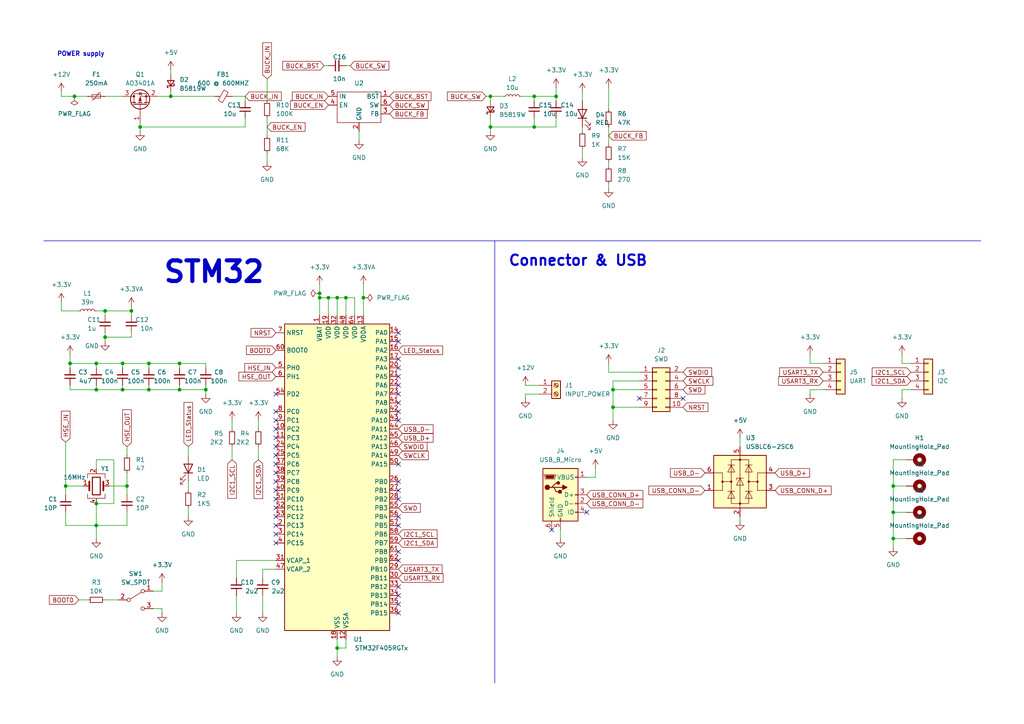
<source format=kicad_sch>
(kicad_sch (version 20230121) (generator eeschema)
  (paper "A4")
  (title_block (title "Custom_STM32F40x_PCB") (date "2023-10-14") (company "Benwafdy"))
  (lib_symbols
    (symbol "Connector:Screw_Terminal_01x02" (pin_names (offset 1.016) hide)
      (property "Reference" "J" (at 0 2.54 0))
      (property "Value" "Screw_Terminal_01x02" (at 0 -5.08 0))
      (symbol "Screw_Terminal_01x02_1_1"
        (pin passive line (at -5.08 0 0) (length 3.81) (name "Pin_1") (number "1"))
        (pin passive line (at -5.08 -2.54 0) (length 3.81) (name "Pin_2") (number "2"))
      )
    )
    (symbol "Connector:USB_B_Micro" (pin_names (offset 1.016))
      (property "Reference" "J" (at -5.08 11.43 0))
      (property "Value" "USB_B_Micro" (at -5.08 8.89 0))
      (symbol "USB_B_Micro_1_1"
        (pin power_out line (at 7.62 5.08 180) (length 2.54) (name "VBUS") (number "1"))
        (pin bidirectional line (at 7.62 -2.54 180) (length 2.54) (name "D-") (number "2"))
        (pin bidirectional line (at 7.62 0 180) (length 2.54) (name "D+") (number "3"))
        (pin passive line (at 7.62 -5.08 180) (length 2.54) (name "ID") (number "4"))
        (pin power_out line (at 0 -10.16 90) (length 2.54) (name "GND") (number "5"))
        (pin passive line (at -2.54 -10.16 90) (length 2.54) (name "Shield") (number "6"))
      )
    )
    (symbol "Connector_Generic:Conn_01x04" (pin_names (offset 1.016) hide)
      (property "Reference" "J" (at 0 5.08 0))
      (property "Value" "Conn_01x04" (at 0 -7.62 0))
      (symbol "Conn_01x04_1_1"
        (pin passive line (at -5.08 2.54 0) (length 3.81) (name "Pin_1") (number "1"))
        (pin passive line (at -5.08 0 0) (length 3.81) (name "Pin_2") (number "2"))
        (pin passive line (at -5.08 -2.54 0) (length 3.81) (name "Pin_3") (number "3"))
        (pin passive line (at -5.08 -5.08 0) (length 3.81) (name "Pin_4") (number "4"))
      )
    )
    (symbol "Connector_Generic:Conn_02x05_Odd_Even" (pin_names (offset 1.016) hide)
      (property "Reference" "J" (at 1.27 7.62 0))
      (property "Value" "Conn_02x05_Odd_Even" (at 1.27 -7.62 0))
      (symbol "Conn_02x05_Odd_Even_1_1"
        (pin passive line (at -5.08 5.08 0) (length 3.81) (name "Pin_1") (number "1"))
        (pin passive line (at 7.62 -5.08 180) (length 3.81) (name "Pin_10") (number "10"))
        (pin passive line (at 7.62 5.08 180) (length 3.81) (name "Pin_2") (number "2"))
        (pin passive line (at -5.08 2.54 0) (length 3.81) (name "Pin_3") (number "3"))
        (pin passive line (at 7.62 2.54 180) (length 3.81) (name "Pin_4") (number "4"))
        (pin passive line (at -5.08 0 0) (length 3.81) (name "Pin_5") (number "5"))
        (pin passive line (at 7.62 0 180) (length 3.81) (name "Pin_6") (number "6"))
        (pin passive line (at -5.08 -2.54 0) (length 3.81) (name "Pin_7") (number "7"))
        (pin passive line (at 7.62 -2.54 180) (length 3.81) (name "Pin_8") (number "8"))
        (pin passive line (at -5.08 -5.08 0) (length 3.81) (name "Pin_9") (number "9"))
      )
    )
    (symbol "Device:C_Small" (pin_numbers hide) (pin_names (offset 0.254) hide)
      (property "Reference" "C" (at 0.254 1.778 0))
      (property "Value" "C_Small" (at 0.254 -2.032 0))
      (symbol "C_Small_1_1"
        (pin passive line (at 0 2.54 270) (length 2.032) (name "~") (number "1"))
        (pin passive line (at 0 -2.54 90) (length 2.032) (name "~") (number "2"))
      )
    )
    (symbol "Device:Crystal_GND24" (pin_names (offset 1.016) hide)
      (property "Reference" "Y" (at 3.175 5.08 0))
      (property "Value" "Crystal_GND24" (at 3.175 3.175 0))
      (symbol "Crystal_GND24_1_1"
        (pin passive line (at -3.81 0 0) (length 1.27) (name "1") (number "1"))
        (pin passive line (at 0 5.08 270) (length 1.27) (name "2") (number "2"))
        (pin passive line (at 3.81 0 180) (length 1.27) (name "3") (number "3"))
        (pin passive line (at 0 -5.08 90) (length 1.27) (name "4") (number "4"))
      )
    )
    (symbol "Device:D_Schottky_Small" (pin_numbers hide) (pin_names (offset 0.254) hide)
      (property "Reference" "D" (at -1.27 2.032 0))
      (property "Value" "D_Schottky_Small" (at -7.112 -2.032 0))
      (symbol "D_Schottky_Small_1_1"
        (pin passive line (at -2.54 0 0) (length 1.778) (name "K") (number "1"))
        (pin passive line (at 2.54 0 180) (length 1.778) (name "A") (number "2"))
      )
    )
    (symbol "Device:FerriteBead_Small" (pin_numbers hide) (pin_names (offset 0))
      (property "Reference" "FB" (at 1.905 1.27 0))
      (property "Value" "FerriteBead_Small" (at 1.905 -1.27 0))
      (symbol "FerriteBead_Small_1_1"
        (pin passive line (at 0 2.54 270) (length 1.27) (name "~") (number "1"))
        (pin passive line (at 0 -2.54 90) (length 1.27) (name "~") (number "2"))
      )
    )
    (symbol "Device:LED" (pin_numbers hide) (pin_names (offset 1.016) hide)
      (property "Reference" "D" (at 0 2.54 0))
      (property "Value" "LED" (at 0 -2.54 0))
      (symbol "LED_1_1"
        (pin passive line (at -3.81 0 0) (length 2.54) (name "K") (number "1"))
        (pin passive line (at 3.81 0 180) (length 2.54) (name "A") (number "2"))
      )
    )
    (symbol "Device:L_Small" (pin_numbers hide) (pin_names (offset 0.254) hide)
      (property "Reference" "L" (at 0.762 1.016 0))
      (property "Value" "L_Small" (at 0.762 -1.016 0))
      (symbol "L_Small_1_1"
        (pin passive line (at 0 2.54 270) (length 0.508) (name "~") (number "1"))
        (pin passive line (at 0 -2.54 90) (length 0.508) (name "~") (number "2"))
      )
    )
    (symbol "Device:Polyfuse_Small" (pin_numbers hide) (pin_names (offset 0))
      (property "Reference" "F" (at -1.905 0 90))
      (property "Value" "Polyfuse_Small" (at 1.905 0 90))
      (symbol "Polyfuse_Small_1_1"
        (pin passive line (at 0 2.54 270) (length 0.635) (name "~") (number "1"))
        (pin passive line (at 0 -2.54 90) (length 0.635) (name "~") (number "2"))
      )
    )
    (symbol "Device:R_Small" (pin_numbers hide) (pin_names (offset 0.254) hide)
      (property "Reference" "R" (at 0.762 0.508 0))
      (property "Value" "R_Small" (at 0.762 -1.016 0))
      (symbol "R_Small_1_1"
        (pin passive line (at 0 2.54 270) (length 0.762) (name "~") (number "1"))
        (pin passive line (at 0 -2.54 90) (length 0.762) (name "~") (number "2"))
      )
    )
    (symbol "MCU_ST_STM32F4:STM32F405RGTx"
      (property "Reference" "U" (at -15.24 46.99 0))
      (property "Value" "STM32F405RGTx" (at 10.16 46.99 0))
      (symbol "STM32F405RGTx_1_1"
        (pin power_in line (at -5.08 48.26 270) (length 2.54) (name "VBAT") (number "1"))
        (pin bidirectional line (at -17.78 15.24 0) (length 2.54) (name "PC2") (number "10"))
        (pin bidirectional line (at -17.78 12.7 0) (length 2.54) (name "PC3") (number "11"))
        (pin power_in line (at 2.54 -45.72 90) (length 2.54) (name "VSSA") (number "12"))
        (pin power_in line (at 7.62 48.26 270) (length 2.54) (name "VDDA") (number "13"))
        (pin bidirectional line (at 17.78 43.18 180) (length 2.54) (name "PA0") (number "14"))
        (pin bidirectional line (at 17.78 40.64 180) (length 2.54) (name "PA1") (number "15"))
        (pin bidirectional line (at 17.78 38.1 180) (length 2.54) (name "PA2") (number "16"))
        (pin bidirectional line (at 17.78 35.56 180) (length 2.54) (name "PA3") (number "17"))
        (pin power_in line (at 0 -45.72 90) (length 2.54) (name "VSS") (number "18"))
        (pin power_in line (at -2.54 48.26 270) (length 2.54) (name "VDD") (number "19"))
        (pin bidirectional line (at -17.78 -12.7 0) (length 2.54) (name "PC13") (number "2"))
        (pin bidirectional line (at 17.78 33.02 180) (length 2.54) (name "PA4") (number "20"))
        (pin bidirectional line (at 17.78 30.48 180) (length 2.54) (name "PA5") (number "21"))
        (pin bidirectional line (at 17.78 27.94 180) (length 2.54) (name "PA6") (number "22"))
        (pin bidirectional line (at 17.78 25.4 180) (length 2.54) (name "PA7") (number "23"))
        (pin bidirectional line (at -17.78 10.16 0) (length 2.54) (name "PC4") (number "24"))
        (pin bidirectional line (at -17.78 7.62 0) (length 2.54) (name "PC5") (number "25"))
        (pin bidirectional line (at 17.78 0 180) (length 2.54) (name "PB0") (number "26"))
        (pin bidirectional line (at 17.78 -2.54 180) (length 2.54) (name "PB1") (number "27"))
        (pin bidirectional line (at 17.78 -5.08 180) (length 2.54) (name "PB2") (number "28"))
        (pin bidirectional line (at 17.78 -25.4 180) (length 2.54) (name "PB10") (number "29"))
        (pin bidirectional line (at -17.78 -15.24 0) (length 2.54) (name "PC14") (number "3"))
        (pin bidirectional line (at 17.78 -27.94 180) (length 2.54) (name "PB11") (number "30"))
        (pin power_out line (at -17.78 -22.86 0) (length 2.54) (name "VCAP_1") (number "31"))
        (pin power_in line (at 0 48.26 270) (length 2.54) (name "VDD") (number "32"))
        (pin bidirectional line (at 17.78 -30.48 180) (length 2.54) (name "PB12") (number "33"))
        (pin bidirectional line (at 17.78 -33.02 180) (length 2.54) (name "PB13") (number "34"))
        (pin bidirectional line (at 17.78 -35.56 180) (length 2.54) (name "PB14") (number "35"))
        (pin bidirectional line (at 17.78 -38.1 180) (length 2.54) (name "PB15") (number "36"))
        (pin bidirectional line (at -17.78 5.08 0) (length 2.54) (name "PC6") (number "37"))
        (pin bidirectional line (at -17.78 2.54 0) (length 2.54) (name "PC7") (number "38"))
        (pin bidirectional line (at -17.78 0 0) (length 2.54) (name "PC8") (number "39"))
        (pin bidirectional line (at -17.78 -17.78 0) (length 2.54) (name "PC15") (number "4"))
        (pin bidirectional line (at -17.78 -2.54 0) (length 2.54) (name "PC9") (number "40"))
        (pin bidirectional line (at 17.78 22.86 180) (length 2.54) (name "PA8") (number "41"))
        (pin bidirectional line (at 17.78 20.32 180) (length 2.54) (name "PA9") (number "42"))
        (pin bidirectional line (at 17.78 17.78 180) (length 2.54) (name "PA10") (number "43"))
        (pin bidirectional line (at 17.78 15.24 180) (length 2.54) (name "PA11") (number "44"))
        (pin bidirectional line (at 17.78 12.7 180) (length 2.54) (name "PA12") (number "45"))
        (pin bidirectional line (at 17.78 10.16 180) (length 2.54) (name "PA13") (number "46"))
        (pin power_out line (at -17.78 -25.4 0) (length 2.54) (name "VCAP_2") (number "47"))
        (pin power_in line (at 2.54 48.26 270) (length 2.54) (name "VDD") (number "48"))
        (pin bidirectional line (at 17.78 7.62 180) (length 2.54) (name "PA14") (number "49"))
        (pin bidirectional line (at -17.78 33.02 0) (length 2.54) (name "PH0") (number "5"))
        (pin bidirectional line (at 17.78 5.08 180) (length 2.54) (name "PA15") (number "50"))
        (pin bidirectional line (at -17.78 -5.08 0) (length 2.54) (name "PC10") (number "51"))
        (pin bidirectional line (at -17.78 -7.62 0) (length 2.54) (name "PC11") (number "52"))
        (pin bidirectional line (at -17.78 -10.16 0) (length 2.54) (name "PC12") (number "53"))
        (pin bidirectional line (at -17.78 25.4 0) (length 2.54) (name "PD2") (number "54"))
        (pin bidirectional line (at 17.78 -7.62 180) (length 2.54) (name "PB3") (number "55"))
        (pin bidirectional line (at 17.78 -10.16 180) (length 2.54) (name "PB4") (number "56"))
        (pin bidirectional line (at 17.78 -12.7 180) (length 2.54) (name "PB5") (number "57"))
        (pin bidirectional line (at 17.78 -15.24 180) (length 2.54) (name "PB6") (number "58"))
        (pin bidirectional line (at 17.78 -17.78 180) (length 2.54) (name "PB7") (number "59"))
        (pin bidirectional line (at -17.78 30.48 0) (length 2.54) (name "PH1") (number "6"))
        (pin input line (at -17.78 38.1 0) (length 2.54) (name "BOOT0") (number "60"))
        (pin bidirectional line (at 17.78 -20.32 180) (length 2.54) (name "PB8") (number "61"))
        (pin bidirectional line (at 17.78 -22.86 180) (length 2.54) (name "PB9") (number "62"))
        (pin passive line (at 0 -45.72 90) (length 2.54) hide (name "VSS") (number "63"))
        (pin power_in line (at 5.08 48.26 270) (length 2.54) (name "VDD") (number "64"))
        (pin input line (at -17.78 43.18 0) (length 2.54) (name "NRST") (number "7"))
        (pin bidirectional line (at -17.78 20.32 0) (length 2.54) (name "PC0") (number "8"))
        (pin bidirectional line (at -17.78 17.78 0) (length 2.54) (name "PC1") (number "9"))
      )
    )
    (symbol "Mechanical:MountingHole_Pad" (pin_numbers hide) (pin_names (offset 1.016) hide)
      (property "Reference" "H" (at 0 6.35 0))
      (property "Value" "MountingHole_Pad" (at 0 4.445 0))
      (symbol "MountingHole_Pad_1_1"
        (pin input line (at 0 -2.54 90) (length 2.54) (name "1") (number "1"))
      )
    )
    (symbol "Power_Protection:USBLC6-2SC6" (pin_names hide)
      (property "Reference" "U" (at 2.54 8.89 0))
      (property "Value" "USBLC6-2SC6" (at 2.54 -8.89 0))
      (symbol "USBLC6-2SC6_1_1"
        (pin passive line (at -10.16 -2.54 0) (length 2.54) (name "I/O1") (number "1"))
        (pin passive line (at 0 -10.16 90) (length 2.54) (name "GND") (number "2"))
        (pin passive line (at 10.16 -2.54 180) (length 2.54) (name "I/O2") (number "3"))
        (pin passive line (at 10.16 2.54 180) (length 2.54) (name "I/O2") (number "4"))
        (pin passive line (at 0 10.16 270) (length 2.54) (name "VBUS") (number "5"))
        (pin passive line (at -10.16 2.54 0) (length 2.54) (name "I/O1") (number "6"))
      )
    )
    (symbol "Switch:SW_SPDT" (pin_names (offset 0) hide)
      (property "Reference" "SW" (at 0 4.318 0))
      (property "Value" "SW_SPDT" (at 0 -5.08 0))
      (symbol "SW_SPDT_1_1"
        (pin passive line (at 5.08 2.54 180) (length 2.54) (name "A") (number "1"))
        (pin passive line (at -5.08 0 0) (length 2.54) (name "B") (number "2"))
        (pin passive line (at 5.08 -2.54 180) (length 2.54) (name "C") (number "3"))
      )
    )
    (symbol "Transistor_FET:AO3401A" (pin_names hide)
      (property "Reference" "Q" (at 5.08 1.905 0))
      (property "Value" "AO3401A" (at 5.08 0 0))
      (symbol "AO3401A_1_1"
        (pin input line (at -5.08 0 0) (length 2.54) (name "G") (number "1"))
        (pin passive line (at 2.54 -5.08 90) (length 2.54) (name "S") (number "2"))
        (pin passive line (at 2.54 5.08 270) (length 2.54) (name "D") (number "3"))
      )
    )
    (symbol "WafdyLIB:MP2359DJ-LF-Z"
      (property "Reference" "U" (at 0 2.54 0))
      (symbol "MP2359DJ-LF-Z_1_1"
        (pin input line (at 10.16 -1.27 180) (length 2.54) (name "BST") (number "1"))
        (pin input line (at 1.27 -11.43 90) (length 2.54) (name "GND") (number "2"))
        (pin input line (at 10.16 -6.35 180) (length 2.54) (name "FB") (number "3"))
        (pin input line (at -7.62 -3.81 0) (length 2.54) (name "EN") (number "4"))
        (pin input line (at -7.62 -1.27 0) (length 2.54) (name "IN") (number "5"))
        (pin input line (at 10.16 -3.81 180) (length 2.54) (name "SW") (number "6"))
      )
    )
    (symbol "power:+12V" (power) (pin_names (offset 0))
      (property "Value" "+12V" (at 0 3.556 0))
      (symbol "+12V_1_1"
        (pin power_in line (at 0 0 90) (length 0) hide (name "+12V") (number "1"))
      )
    )
    (symbol "power:+3.3V" (power) (pin_names (offset 0))
      (property "Value" "+3.3V" (at 0 3.556 0))
      (symbol "+3.3V_1_1"
        (pin power_in line (at 0 0 90) (length 0) hide (name "+3.3V") (number "1"))
      )
    )
    (symbol "power:+3.3VA" (power) (pin_names (offset 0))
      (property "Value" "+3.3VA" (at 0 3.556 0))
      (symbol "+3.3VA_1_1"
        (pin power_in line (at 0 0 90) (length 0) hide (name "+3.3VA") (number "1"))
      )
    )
    (symbol "power:+5V" (power) (pin_names (offset 0))
      (property "Value" "+5V" (at 0 3.556 0))
      (symbol "+5V_1_1"
        (pin power_in line (at 0 0 90) (length 0) hide (name "+5V") (number "1"))
      )
    )
    (symbol "power:GND" (power) (pin_names (offset 0))
      (property "Value" "GND" (at 0 -3.81 0))
      (symbol "GND_1_1"
        (pin power_in line (at 0 0 270) (length 0) hide (name "GND") (number "1"))
      )
    )
    (symbol "power:PWR_FLAG" (power) (pin_numbers hide) (pin_names (offset 0) hide)
      (property "Value" "PWR_FLAG" (at 0 3.81 0))
      (symbol "PWR_FLAG_0_0"
        (pin power_out line (at 0 0 90) (length 0) (name "pwr") (number "1"))
      )
    )
  )
  (junction (at 259.08 148.59))
  (junction (at 49.53 27.94))
  (junction (at 154.94 27.94))
  (junction (at 142.24 36.83))
  (junction (at 259.08 140.97))
  (junction (at 19.05 140.97))
  (junction (at 27.94 113.03))
  (junction (at 92.71 86.36))
  (junction (at 36.83 140.97))
  (junction (at 40.64 36.83))
  (junction (at 35.56 113.03))
  (junction (at 105.41 86.36))
  (junction (at 161.29 27.94))
  (junction (at 27.94 152.4))
  (junction (at 92.71 85.09))
  (junction (at 30.48 90.17))
  (junction (at 43.18 113.03))
  (junction (at 27.94 146.05))
  (junction (at 97.79 86.36))
  (junction (at 97.79 187.96))
  (junction (at 52.07 105.41))
  (junction (at 177.8 118.11))
  (junction (at 38.1 90.17))
  (junction (at 142.24 27.94))
  (junction (at 27.94 105.41))
  (junction (at 52.07 113.03))
  (junction (at 21.59 27.94))
  (junction (at 100.33 86.36))
  (junction (at 95.25 86.36))
  (junction (at 154.94 36.83))
  (junction (at 177.8 113.03))
  (junction (at 259.08 156.21))
  (junction (at 59.69 113.03))
  (junction (at 20.32 105.41))
  (junction (at 30.48 97.79))
  (junction (at 35.56 105.41))
  (junction (at 43.18 105.41))
  (no_connect (at 115.57 149.86))
  (no_connect (at 160.02 153.67))
  (no_connect (at 80.01 154.94))
  (no_connect (at 115.57 177.8))
  (no_connect (at 115.57 119.38))
  (no_connect (at 115.57 104.14))
  (no_connect (at 115.57 114.3))
  (no_connect (at 115.57 96.52))
  (no_connect (at 115.57 172.72))
  (no_connect (at 115.57 109.22))
  (no_connect (at 115.57 106.68))
  (no_connect (at 115.57 142.24))
  (no_connect (at 80.01 134.62))
  (no_connect (at 115.57 152.4))
  (no_connect (at 115.57 162.56))
  (no_connect (at 115.57 134.62))
  (no_connect (at 80.01 127))
  (no_connect (at 80.01 137.16))
  (no_connect (at 115.57 170.18))
  (no_connect (at 115.57 99.06))
  (no_connect (at 80.01 149.86))
  (no_connect (at 115.57 111.76))
  (no_connect (at 80.01 121.92))
  (no_connect (at 80.01 129.54))
  (no_connect (at 80.01 144.78))
  (no_connect (at 80.01 147.32))
  (no_connect (at 80.01 119.38))
  (no_connect (at 80.01 139.7))
  (no_connect (at 170.18 148.59))
  (no_connect (at 80.01 142.24))
  (no_connect (at 185.42 115.57))
  (no_connect (at 115.57 116.84))
  (no_connect (at 115.57 144.78))
  (no_connect (at 80.01 132.08))
  (no_connect (at 115.57 160.02))
  (no_connect (at 80.01 124.46))
  (no_connect (at 115.57 139.7))
  (no_connect (at 115.57 121.92))
  (no_connect (at 80.01 152.4))
  (no_connect (at 80.01 157.48))
  (no_connect (at 198.12 115.57))
  (no_connect (at 80.01 114.3))
  (no_connect (at 115.57 175.26))
  (wire (pts (xy 102.87 91.44) (xy 102.87 86.36)))
  (wire (pts (xy 105.41 86.36) (xy 105.41 91.44)))
  (wire (pts (xy 262.89 133.35) (xy 259.08 133.35)))
  (wire (pts (xy 30.48 90.17) (xy 30.48 91.44)))
  (wire (pts (xy 20.32 105.41) (xy 27.94 105.41)))
  (wire (pts (xy 20.32 102.87) (xy 20.32 105.41)))
  (wire (pts (xy 168.91 43.18) (xy 168.91 45.72)))
  (wire (pts (xy 77.47 22.86) (xy 77.47 29.21)))
  (wire (pts (xy 27.94 156.21) (xy 27.94 152.4)))
  (wire (pts (xy 59.69 113.03) (xy 59.69 114.3)))
  (wire (pts (xy 27.94 135.89) (xy 27.94 133.35)))
  (wire (pts (xy 67.31 27.94) (xy 71.12 27.94)))
  (wire (pts (xy 142.24 34.29) (xy 142.24 36.83)))
  (wire (pts (xy 177.8 113.03) (xy 185.42 113.03)))
  (wire (pts (xy 92.71 86.36) (xy 92.71 91.44)))
  (wire (pts (xy 74.93 129.54) (xy 74.93 133.35)))
  (wire (pts (xy 105.41 82.55) (xy 105.41 86.36)))
  (wire (pts (xy 31.75 140.97) (xy 36.83 140.97)))
  (wire (pts (xy 262.89 140.97) (xy 259.08 140.97)))
  (wire (pts (xy 234.95 102.87) (xy 234.95 105.41)))
  (polyline (pts (xy 143.51 69.85) (xy 143.51 198.12)))
  (wire (pts (xy 43.18 111.76) (xy 43.18 113.03)))
  (wire (pts (xy 185.42 107.95) (xy 176.53 107.95)))
  (wire (pts (xy 17.78 87.63) (xy 17.78 90.17)))
  (wire (pts (xy 156.21 114.3) (xy 152.4 114.3)))
  (wire (pts (xy 176.53 107.95) (xy 176.53 105.41)))
  (wire (pts (xy 30.48 27.94) (xy 35.56 27.94)))
  (wire (pts (xy 168.91 36.83) (xy 168.91 38.1)))
  (wire (pts (xy 67.31 121.92) (xy 67.31 124.46)))
  (wire (pts (xy 52.07 113.03) (xy 59.69 113.03)))
  (wire (pts (xy 151.13 27.94) (xy 154.94 27.94)))
  (wire (pts (xy 176.53 36.83) (xy 176.53 41.91)))
  (wire (pts (xy 35.56 106.68) (xy 35.56 105.41)))
  (wire (pts (xy 100.33 19.05) (xy 101.6 19.05)))
  (wire (pts (xy 80.01 165.1) (xy 76.2 165.1)))
  (wire (pts (xy 52.07 105.41) (xy 59.69 105.41)))
  (wire (pts (xy 102.87 86.36) (xy 100.33 86.36)))
  (wire (pts (xy 259.08 148.59) (xy 262.89 148.59)))
  (wire (pts (xy 68.58 172.72) (xy 68.58 177.8)))
  (wire (pts (xy 172.72 135.89) (xy 172.72 138.43)))
  (wire (pts (xy 36.83 129.54) (xy 36.83 132.08)))
  (wire (pts (xy 27.94 113.03) (xy 35.56 113.03)))
  (wire (pts (xy 93.98 19.05) (xy 95.25 19.05)))
  (wire (pts (xy 46.99 168.91) (xy 46.99 171.45)))
  (wire (pts (xy 21.59 27.94) (xy 25.4 27.94)))
  (wire (pts (xy 46.99 176.53) (xy 46.99 177.8)))
  (wire (pts (xy 259.08 156.21) (xy 259.08 158.75)))
  (wire (pts (xy 17.78 26.67) (xy 17.78 27.94)))
  (wire (pts (xy 27.94 133.35) (xy 33.02 133.35)))
  (wire (pts (xy 36.83 152.4) (xy 27.94 152.4)))
  (wire (pts (xy 59.69 113.03) (xy 59.69 111.76)))
  (wire (pts (xy 77.47 34.29) (xy 77.47 39.37)))
  (wire (pts (xy 154.94 27.94) (xy 161.29 27.94)))
  (wire (pts (xy 95.25 86.36) (xy 92.71 86.36)))
  (wire (pts (xy 59.69 105.41) (xy 59.69 106.68)))
  (wire (pts (xy 68.58 162.56) (xy 68.58 167.64)))
  (wire (pts (xy 49.53 27.94) (xy 62.23 27.94)))
  (wire (pts (xy 43.18 106.68) (xy 43.18 105.41)))
  (wire (pts (xy 142.24 27.94) (xy 146.05 27.94)))
  (wire (pts (xy 49.53 20.32) (xy 49.53 21.59)))
  (wire (pts (xy 54.61 139.7) (xy 54.61 142.24)))
  (wire (pts (xy 162.56 153.67) (xy 162.56 156.21)))
  (wire (pts (xy 100.33 185.42) (xy 100.33 187.96)))
  (wire (pts (xy 43.18 105.41) (xy 52.07 105.41)))
  (wire (pts (xy 161.29 34.29) (xy 161.29 36.83)))
  (wire (pts (xy 20.32 113.03) (xy 27.94 113.03)))
  (wire (pts (xy 33.02 133.35) (xy 33.02 146.05)))
  (wire (pts (xy 36.83 137.16) (xy 36.83 140.97)))
  (wire (pts (xy 140.97 27.94) (xy 142.24 27.94)))
  (wire (pts (xy 176.53 25.4) (xy 176.53 31.75)))
  (wire (pts (xy 259.08 156.21) (xy 262.89 156.21)))
  (wire (pts (xy 19.05 140.97) (xy 19.05 143.51)))
  (wire (pts (xy 19.05 128.27) (xy 19.05 140.97)))
  (wire (pts (xy 43.18 113.03) (xy 52.07 113.03)))
  (wire (pts (xy 40.64 35.56) (xy 40.64 36.83)))
  (wire (pts (xy 185.42 118.11) (xy 177.8 118.11)))
  (wire (pts (xy 142.24 36.83) (xy 142.24 38.1)))
  (wire (pts (xy 38.1 90.17) (xy 38.1 91.44)))
  (wire (pts (xy 176.53 53.34) (xy 176.53 54.61)))
  (wire (pts (xy 40.64 36.83) (xy 40.64 38.1)))
  (wire (pts (xy 152.4 114.3) (xy 152.4 115.57)))
  (wire (pts (xy 27.94 111.76) (xy 27.94 113.03)))
  (wire (pts (xy 30.48 96.52) (xy 30.48 97.79)))
  (wire (pts (xy 54.61 147.32) (xy 54.61 149.86)))
  (wire (pts (xy 161.29 25.4) (xy 161.29 27.94)))
  (wire (pts (xy 77.47 44.45) (xy 77.47 46.99)))
  (wire (pts (xy 259.08 133.35) (xy 259.08 140.97)))
  (wire (pts (xy 30.48 173.99) (xy 34.29 173.99)))
  (polyline (pts (xy 12.7 69.85) (xy 284.48 69.85)))
  (wire (pts (xy 76.2 165.1) (xy 76.2 167.64)))
  (wire (pts (xy 36.83 148.59) (xy 36.83 152.4)))
  (wire (pts (xy 185.42 110.49) (xy 177.8 110.49)))
  (wire (pts (xy 38.1 96.52) (xy 38.1 97.79)))
  (wire (pts (xy 177.8 110.49) (xy 177.8 113.03)))
  (wire (pts (xy 17.78 90.17) (xy 22.86 90.17)))
  (wire (pts (xy 36.83 140.97) (xy 36.83 143.51)))
  (wire (pts (xy 259.08 140.97) (xy 259.08 148.59)))
  (wire (pts (xy 97.79 86.36) (xy 97.79 91.44)))
  (wire (pts (xy 27.94 146.05) (xy 27.94 152.4)))
  (wire (pts (xy 259.08 148.59) (xy 259.08 156.21)))
  (wire (pts (xy 264.16 113.03) (xy 261.62 113.03)))
  (wire (pts (xy 33.02 146.05) (xy 27.94 146.05)))
  (wire (pts (xy 142.24 27.94) (xy 142.24 29.21)))
  (wire (pts (xy 27.94 105.41) (xy 35.56 105.41)))
  (wire (pts (xy 19.05 152.4) (xy 27.94 152.4)))
  (wire (pts (xy 97.79 187.96) (xy 97.79 190.5)))
  (wire (pts (xy 234.95 113.03) (xy 234.95 114.3)))
  (wire (pts (xy 35.56 111.76) (xy 35.56 113.03)))
  (wire (pts (xy 19.05 148.59) (xy 19.05 152.4)))
  (wire (pts (xy 97.79 185.42) (xy 97.79 187.96)))
  (wire (pts (xy 24.13 140.97) (xy 19.05 140.97)))
  (wire (pts (xy 234.95 105.41) (xy 238.76 105.41)))
  (wire (pts (xy 152.4 111.76) (xy 156.21 111.76)))
  (wire (pts (xy 30.48 97.79) (xy 30.48 99.06)))
  (wire (pts (xy 168.91 26.67) (xy 168.91 29.21)))
  (wire (pts (xy 20.32 106.68) (xy 20.32 105.41)))
  (wire (pts (xy 49.53 26.67) (xy 49.53 27.94)))
  (wire (pts (xy 35.56 105.41) (xy 43.18 105.41)))
  (wire (pts (xy 100.33 187.96) (xy 97.79 187.96)))
  (wire (pts (xy 154.94 34.29) (xy 154.94 36.83)))
  (wire (pts (xy 30.48 90.17) (xy 38.1 90.17)))
  (wire (pts (xy 154.94 29.21) (xy 154.94 27.94)))
  (wire (pts (xy 22.86 173.99) (xy 25.4 173.99)))
  (wire (pts (xy 95.25 86.36) (xy 95.25 91.44)))
  (wire (pts (xy 76.2 172.72) (xy 76.2 177.8)))
  (wire (pts (xy 177.8 113.03) (xy 177.8 118.11)))
  (wire (pts (xy 52.07 111.76) (xy 52.07 113.03)))
  (wire (pts (xy 161.29 27.94) (xy 161.29 29.21)))
  (wire (pts (xy 44.45 176.53) (xy 46.99 176.53)))
  (wire (pts (xy 54.61 129.54) (xy 54.61 132.08)))
  (wire (pts (xy 35.56 113.03) (xy 43.18 113.03)))
  (wire (pts (xy 40.64 36.83) (xy 71.12 36.83)))
  (wire (pts (xy 27.94 106.68) (xy 27.94 105.41)))
  (wire (pts (xy 17.78 27.94) (xy 21.59 27.94)))
  (wire (pts (xy 97.79 86.36) (xy 95.25 86.36)))
  (wire (pts (xy 49.53 27.94) (xy 45.72 27.94)))
  (wire (pts (xy 161.29 36.83) (xy 154.94 36.83)))
  (wire (pts (xy 71.12 34.29) (xy 71.12 36.83)))
  (wire (pts (xy 100.33 86.36) (xy 100.33 91.44)))
  (wire (pts (xy 46.99 171.45) (xy 44.45 171.45)))
  (wire (pts (xy 177.8 118.11) (xy 177.8 121.92)))
  (wire (pts (xy 238.76 113.03) (xy 234.95 113.03)))
  (wire (pts (xy 176.53 46.99) (xy 176.53 48.26)))
  (wire (pts (xy 261.62 105.41) (xy 264.16 105.41)))
  (wire (pts (xy 92.71 85.09) (xy 92.71 86.36)))
  (wire (pts (xy 30.48 97.79) (xy 38.1 97.79)))
  (wire (pts (xy 67.31 129.54) (xy 67.31 133.35)))
  (wire (pts (xy 104.14 38.1) (xy 104.14 40.64)))
  (wire (pts (xy 20.32 111.76) (xy 20.32 113.03)))
  (wire (pts (xy 100.33 86.36) (xy 97.79 86.36)))
  (wire (pts (xy 261.62 113.03) (xy 261.62 115.57)))
  (wire (pts (xy 52.07 106.68) (xy 52.07 105.41)))
  (wire (pts (xy 80.01 162.56) (xy 68.58 162.56)))
  (wire (pts (xy 261.62 102.87) (xy 261.62 105.41)))
  (wire (pts (xy 172.72 138.43) (xy 170.18 138.43)))
  (wire (pts (xy 92.71 82.55) (xy 92.71 85.09)))
  (wire (pts (xy 71.12 27.94) (xy 71.12 29.21)))
  (wire (pts (xy 214.63 149.86) (xy 214.63 151.13)))
  (wire (pts (xy 27.94 90.17) (xy 30.48 90.17)))
  (wire (pts (xy 38.1 90.17) (xy 38.1 88.9)))
  (wire (pts (xy 154.94 36.83) (xy 142.24 36.83)))
  (wire (pts (xy 214.63 127) (xy 214.63 129.54)))
  (wire (pts (xy 74.93 121.92) (xy 74.93 124.46)))
  (text "POWER supply" (at 16.51 16.51 0) (effects (font (size 1.27 1.27) bold) (justify left bottom)))
  (text "Connector & USB\n" (at 147.32 77.47 0) (effects (font (size 3 3) bold) (justify left bottom)))
  (text "STM32" (at 46.99 82.55 0) (effects (font (size 6 6) (thickness 1.2) bold) (justify left bottom)))
  (global_label "USART3_TX" (shape input) (at 238.76 107.95 180) (property "Intersheetrefs" "${INTERSHEET_REFS}" (effects hide)))
  (global_label "BOOT0" (shape input) (at 80.01 101.6 180) (property "Intersheetrefs" "${INTERSHEET_REFS}" (effects hide)))
  (global_label "I2C1_SDA" (shape input) (at 115.57 157.48 0) (property "Intersheetrefs" "${INTERSHEET_REFS}" (effects hide)))
  (global_label "BUCK_IN" (shape input) (at 77.47 22.86 90) (property "Intersheetrefs" "${INTERSHEET_REFS}" (effects hide)))
  (global_label "SWDIO" (shape input) (at 198.12 107.95 0) (property "Intersheetrefs" "${INTERSHEET_REFS}" (effects hide)))
  (global_label "SWDIO" (shape input) (at 115.57 129.54 0) (property "Intersheetrefs" "${INTERSHEET_REFS}" (effects hide)))
  (global_label "I2C1_SDA" (shape input) (at 264.16 110.49 180) (property "Intersheetrefs" "${INTERSHEET_REFS}" (effects hide)))
  (global_label "BUCK_FB" (shape input) (at 176.53 39.37 0) (property "Intersheetrefs" "${INTERSHEET_REFS}" (effects hide)))
  (global_label "BUCK_EN" (shape input) (at 95.25 30.48 180) (property "Intersheetrefs" "${INTERSHEET_REFS}" (effects hide)))
  (global_label "BUCK_BST" (shape input) (at 113.03 27.94 0) (property "Intersheetrefs" "${INTERSHEET_REFS}" (effects hide)))
  (global_label "BUCK_IN" (shape input) (at 95.25 27.94 180) (property "Intersheetrefs" "${INTERSHEET_REFS}" (effects hide)))
  (global_label "LED_Status" (shape input) (at 54.61 129.54 90) (property "Intersheetrefs" "${INTERSHEET_REFS}" (effects hide)))
  (global_label "SWCLK" (shape input) (at 115.57 132.08 0) (property "Intersheetrefs" "${INTERSHEET_REFS}" (effects hide)))
  (global_label "BUCK_FB" (shape input) (at 113.03 33.02 0) (property "Intersheetrefs" "${INTERSHEET_REFS}" (effects hide)))
  (global_label "BUCK_SW" (shape input) (at 101.6 19.05 0) (property "Intersheetrefs" "${INTERSHEET_REFS}" (effects hide)))
  (global_label "USB_CONN_D-" (shape input) (at 170.18 146.05 0) (property "Intersheetrefs" "${INTERSHEET_REFS}" (effects hide)))
  (global_label "BUCK_SW" (shape input) (at 113.03 30.48 0) (property "Intersheetrefs" "${INTERSHEET_REFS}" (effects hide)))
  (global_label "I2C1_SCL" (shape input) (at 264.16 107.95 180) (property "Intersheetrefs" "${INTERSHEET_REFS}" (effects hide)))
  (global_label "HSE_IN" (shape input) (at 80.01 106.68 180) (property "Intersheetrefs" "${INTERSHEET_REFS}" (effects hide)))
  (global_label "I2C1_SCL" (shape input) (at 67.31 133.35 270) (property "Intersheetrefs" "${INTERSHEET_REFS}" (effects hide)))
  (global_label "NRST" (shape input) (at 198.12 118.11 0) (property "Intersheetrefs" "${INTERSHEET_REFS}" (effects hide)))
  (global_label "BUCK_SW" (shape input) (at 140.97 27.94 180) (property "Intersheetrefs" "${INTERSHEET_REFS}" (effects hide)))
  (global_label "HSE_IN" (shape input) (at 19.05 128.27 90) (property "Intersheetrefs" "${INTERSHEET_REFS}" (effects hide)))
  (global_label "BUCK_EN" (shape input) (at 77.47 36.83 0) (property "Intersheetrefs" "${INTERSHEET_REFS}" (effects hide)))
  (global_label "SWD" (shape input) (at 198.12 113.03 0) (property "Intersheetrefs" "${INTERSHEET_REFS}" (effects hide)))
  (global_label "I2C1_SDA" (shape input) (at 74.93 133.35 270) (property "Intersheetrefs" "${INTERSHEET_REFS}" (effects hide)))
  (global_label "USB_D-" (shape input) (at 204.47 137.16 180) (property "Intersheetrefs" "${INTERSHEET_REFS}" (effects hide)))
  (global_label "SWD" (shape input) (at 115.57 147.32 0) (property "Intersheetrefs" "${INTERSHEET_REFS}" (effects hide)))
  (global_label "USB_CONN_D+" (shape input) (at 170.18 143.51 0) (property "Intersheetrefs" "${INTERSHEET_REFS}" (effects hide)))
  (global_label "HSE_OUT" (shape input) (at 36.83 129.54 90) (property "Intersheetrefs" "${INTERSHEET_REFS}" (effects hide)))
  (global_label "BUCK_BST" (shape input) (at 93.98 19.05 180) (property "Intersheetrefs" "${INTERSHEET_REFS}" (effects hide)))
  (global_label "HSE_OUT" (shape input) (at 80.01 109.22 180) (property "Intersheetrefs" "${INTERSHEET_REFS}" (effects hide)))
  (global_label "USB_D+" (shape input) (at 115.57 127 0) (property "Intersheetrefs" "${INTERSHEET_REFS}" (effects hide)))
  (global_label "USB_CONN_D+" (shape input) (at 224.79 142.24 0) (property "Intersheetrefs" "${INTERSHEET_REFS}" (effects hide)))
  (global_label "USB_D+" (shape input) (at 224.79 137.16 0) (property "Intersheetrefs" "${INTERSHEET_REFS}" (effects hide)))
  (global_label "USB_D-" (shape input) (at 115.57 124.46 0) (property "Intersheetrefs" "${INTERSHEET_REFS}" (effects hide)))
  (global_label "LED_Status" (shape input) (at 115.57 101.6 0) (property "Intersheetrefs" "${INTERSHEET_REFS}" (effects hide)))
  (global_label "USART3_RX" (shape input) (at 115.57 167.64 0) (property "Intersheetrefs" "${INTERSHEET_REFS}" (effects hide)))
  (global_label "USB_CONN_D-" (shape input) (at 204.47 142.24 180) (property "Intersheetrefs" "${INTERSHEET_REFS}" (effects hide)))
  (global_label "NRST" (shape input) (at 80.01 96.52 180) (property "Intersheetrefs" "${INTERSHEET_REFS}" (effects hide)))
  (global_label "BUCK_IN" (shape input) (at 71.12 27.94 0) (property "Intersheetrefs" "${INTERSHEET_REFS}" (effects hide)))
  (global_label "I2C1_SCL" (shape input) (at 115.57 154.94 0) (property "Intersheetrefs" "${INTERSHEET_REFS}" (effects hide)))
  (global_label "BOOT0" (shape input) (at 22.86 173.99 180) (property "Intersheetrefs" "${INTERSHEET_REFS}" (effects hide)))
  (global_label "USART3_TX" (shape input) (at 115.57 165.1 0) (property "Intersheetrefs" "${INTERSHEET_REFS}" (effects hide)))
  (global_label "USART3_RX" (shape input) (at 238.76 110.49 180) (property "Intersheetrefs" "${INTERSHEET_REFS}" (effects hide)))
  (global_label "SWCLK" (shape input) (at 198.12 110.49 0) (property "Intersheetrefs" "${INTERSHEET_REFS}" (effects hide)))
  (symbol (lib_id "Device:C_Small") (at 52.07 109.22 0) (mirror x) (unit 1)
    (property "Reference" "C7" (at 57.15 107.95 0) (effects (justify right)))
    (property "Value" "100n" (at 58.42 110.49 0) (effects (justify right)))
    (property "Footprint" "Capacitor_SMD:C_0402_1005Metric" (effects hide))
  )
  (symbol (lib_id "power:GND") (at 59.69 114.3 0) (unit 1)
    (property "Reference" "#PWR06" (effects hide))
    (property "Value" "GND" (at 59.69 119.38 0))
  )
  (symbol (lib_id "power:+3.3V") (at 92.71 82.55 0) (unit 1)
    (property "Reference" "#PWR01" (effects hide))
    (property "Value" "+3.3V" (at 92.71 77.47 0))
  )
  (symbol (lib_id "Device:R_Small") (at 77.47 31.75 180) (unit 1)
    (property "Reference" "R10" (at 80.01 30.48 0) (effects (justify right)))
    (property "Value" "100K" (at 80.01 33.02 0) (effects (justify right)))
    (property "Footprint" "Resistor_SMD:R_0603_1608Metric" (effects hide))
  )
  (symbol (lib_id "power:+3.3V") (at 20.32 102.87 0) (unit 1)
    (property "Reference" "#PWR05" (effects hide))
    (property "Value" "+3.3V" (at 20.32 97.79 0))
  )
  (symbol (lib_id "power:+5V") (at 214.63 127 0) (unit 1)
    (property "Reference" "#PWR035" (effects hide))
    (property "Value" "+5V" (at 214.63 121.92 0))
  )
  (symbol (lib_id "power:GND") (at 142.24 38.1 0) (unit 1)
    (property "Reference" "#PWR022" (effects hide))
    (property "Value" "GND" (at 142.24 43.18 0))
  )
  (symbol (lib_id "power:GND") (at 104.14 40.64 0) (unit 1)
    (property "Reference" "#PWR021" (effects hide))
    (property "Value" "GND" (at 104.14 45.72 0))
  )
  (symbol (lib_id "power:+3.3V") (at 67.31 121.92 0) (mirror y) (unit 1)
    (property "Reference" "#PWR016" (effects hide))
    (property "Value" "+3.3V" (at 67.31 116.84 0))
  )
  (symbol (lib_id "Device:C_Small") (at 38.1 93.98 0) (mirror x) (unit 1)
    (property "Reference" "C12" (at 43.18 92.71 0) (effects (justify right)))
    (property "Value" "10n" (at 44.45 95.25 0) (effects (justify right)))
    (property "Footprint" "Capacitor_SMD:C_0603_1608Metric" (effects hide))
  )
  (symbol (lib_id "power:+3.3V") (at 176.53 105.41 0) (unit 1)
    (property "Reference" "#PWR029" (effects hide))
    (property "Value" "+3.3V" (at 176.53 100.33 0))
  )
  (symbol (lib_id "power:GND") (at 259.08 158.75 0) (unit 1)
    (property "Reference" "#PWR039" (effects hide))
    (property "Value" "GND" (at 259.08 163.83 0))
  )
  (symbol (lib_id "power:GND") (at 77.47 46.99 0) (unit 1)
    (property "Reference" "#PWR040" (effects hide))
    (property "Value" "GND" (at 77.47 52.07 0))
  )
  (symbol (lib_id "Device:LED") (at 168.91 33.02 90) (unit 1)
    (property "Reference" "D4" (at 172.72 33.3375 90) (effects (justify right)))
    (property "Value" "RED" (at 172.72 35.56 90) (effects (justify right)))
    (property "Footprint" "LED_SMD:LED_0603_1608Metric" (effects hide))
  )
  (symbol (lib_id "Device:LED") (at 54.61 135.89 270) (mirror x) (unit 1)
    (property "Reference" "D1" (at 57.15 136.2075 90) (effects (justify left)))
    (property "Value" "LED" (at 57.15 138.7475 90) (effects (justify left)))
    (property "Footprint" "LED_SMD:LED_0603_1608Metric" (effects hide))
  )
  (symbol (lib_id "power:GND") (at 40.64 38.1 0) (unit 1)
    (property "Reference" "#PWR019" (effects hide))
    (property "Value" "GND" (at 40.64 43.18 0))
  )
  (symbol (lib_id "power:+3.3V") (at 234.95 102.87 0) (unit 1)
    (property "Reference" "#PWR033" (effects hide))
    (property "Value" "+3.3V" (at 234.95 97.79 0))
  )
  (symbol (lib_id "Device:C_Small") (at 59.69 109.22 0) (mirror x) (unit 1)
    (property "Reference" "C8" (at 64.77 107.95 0) (effects (justify right)))
    (property "Value" "100n" (at 66.04 110.49 0) (effects (justify right)))
    (property "Footprint" "Capacitor_SMD:C_0402_1005Metric" (effects hide))
  )
  (symbol (lib_id "power:+12V") (at 152.4 111.76 0) (unit 1)
    (property "Reference" "#PWR027" (effects hide))
    (property "Value" "+12V" (at 152.4 106.68 0))
  )
  (symbol (lib_id "Connector_Generic:Conn_01x04") (at 243.84 107.95 0) (unit 1)
    (property "Reference" "J5" (at 246.38 107.95 0) (effects (justify left)))
    (property "Value" "UART" (at 246.38 110.49 0) (effects (justify left)))
    (property "Footprint" "Connector_Molex:Molex_PicoBlade_53048-0410_1x04_P1.25mm_Horizontal" (effects hide))
  )
  (symbol (lib_id "Device:R_Small") (at 54.61 144.78 180) (unit 1)
    (property "Reference" "R2" (at 57.15 143.51 0) (effects (justify right)))
    (property "Value" "1K5" (at 57.15 146.05 0) (effects (justify right)))
    (property "Footprint" "Resistor_SMD:R_0603_1608Metric" (effects hide))
  )
  (symbol (lib_id "Device:R_Small") (at 74.93 127 0) (mirror x) (unit 1)
    (property "Reference" "R4" (at 72.39 125.73 0) (effects (justify right)))
    (property "Value" "2K2" (at 72.39 128.27 0) (effects (justify right)))
    (property "Footprint" "Resistor_SMD:R_0402_1005Metric" (effects hide))
  )
  (symbol (lib_id "Device:R_Small") (at 36.83 134.62 180) (unit 1)
    (property "Reference" "R1" (at 39.37 133.35 0) (effects (justify right)))
    (property "Value" "47" (at 39.37 135.89 0) (effects (justify right)))
    (property "Footprint" "Resistor_SMD:R_0402_1005Metric" (effects hide))
  )
  (symbol (lib_id "power:+3.3V") (at 176.53 25.4 0) (unit 1)
    (property "Reference" "#PWR024" (effects hide))
    (property "Value" "+3.3V" (at 176.53 20.32 0))
  )
  (symbol (lib_id "Device:C_Small") (at 30.48 93.98 0) (mirror x) (unit 1)
    (property "Reference" "C11" (at 29.21 92.71 0) (effects (justify right)))
    (property "Value" "1u" (at 27.94 95.25 0) (effects (justify right)))
    (property "Footprint" "Capacitor_SMD:C_0603_1608Metric" (effects hide))
  )
  (symbol (lib_id "Device:R_Small") (at 168.91 40.64 180) (unit 1)
    (property "Reference" "R9" (at 171.45 39.37 0) (effects (justify right)))
    (property "Value" "1K" (at 171.45 41.91 0) (effects (justify right)))
    (property "Footprint" "Resistor_SMD:R_0603_1608Metric" (effects hide))
  )
  (symbol (lib_id "Connector_Generic:Conn_01x04") (at 269.24 107.95 0) (unit 1)
    (property "Reference" "J3" (at 271.78 107.95 0) (effects (justify left)))
    (property "Value" "I2C" (at 271.78 110.49 0) (effects (justify left)))
    (property "Footprint" "Connector_Molex:Molex_PicoBlade_53048-0410_1x04_P1.25mm_Horizontal" (effects hide))
  )
  (symbol (lib_id "MCU_ST_STM32F4:STM32F405RGTx") (at 97.79 139.7 0) (unit 1)
    (property "Reference" "U1" (at 102.5241 185.42 0) (effects (justify left)))
    (property "Value" "STM32F405RGTx" (at 102.87 187.96 0) (effects (justify left)))
    (property "Footprint" "Package_QFP:LQFP-64_10x10mm_P0.5mm" (effects hide))
    (property "Datasheet" "https://www.st.com/resource/en/datasheet/stm32f405rg.pdf" (effects hide))
  )
  (symbol (lib_id "Device:D_Schottky_Small") (at 142.24 31.75 90) (unit 1)
    (property "Reference" "D3" (at 144.78 30.734 90) (effects (justify right)))
    (property "Value" "B5819W" (at 144.78 33.274 90) (effects (justify right)))
    (property "Footprint" "Diode_SMD:D_SOD-123" (effects hide))
  )
  (symbol (lib_id "power:GND") (at 162.56 156.21 0) (unit 1)
    (property "Reference" "#PWR038" (effects hide))
    (property "Value" "GND" (at 162.56 161.29 0))
  )
  (symbol (lib_id "power:PWR_FLAG") (at 105.41 86.36 270) (mirror x) (unit 1)
    (property "Reference" "#FLG01" (effects hide))
    (property "Value" "PWR_FLAG" (at 109.22 86.36 90) (effects (justify left)))
  )
  (symbol (lib_id "power:PWR_FLAG") (at 21.59 27.94 0) (mirror x) (unit 1)
    (property "Reference" "#FLG03" (effects hide))
    (property "Value" "PWR_FLAG" (at 21.59 33.02 0))
  )
  (symbol (lib_id "Device:C_Small") (at 161.29 31.75 180) (unit 1)
    (property "Reference" "C14" (at 162.56 30.48 0) (effects (justify right)))
    (property "Value" "10u" (at 163.83 33.02 0) (effects (justify right)))
    (property "Footprint" "Capacitor_SMD:C_1206_3216Metric" (effects hide))
  )
  (symbol (lib_id "Device:FerriteBead_Small") (at 64.77 27.94 90) (unit 1)
    (property "Reference" "FB1" (at 64.7319 21.59 90))
    (property "Value" "600 @ 600MHZ" (at 64.7319 24.13 90))
    (property "Footprint" "Inductor_SMD:L_0805_2012Metric" (effects hide))
  )
  (symbol (lib_id "Device:C_Small") (at 19.05 146.05 180) (unit 1)
    (property "Reference" "C1" (at 13.97 144.78 0) (effects (justify right)))
    (property "Value" "10P" (at 12.7 147.32 0) (effects (justify right)))
    (property "Footprint" "Capacitor_SMD:C_0402_1005Metric" (effects hide))
  )
  (symbol (lib_id "Device:C_Small") (at 76.2 170.18 0) (mirror x) (unit 1)
    (property "Reference" "C9" (at 81.28 168.91 0) (effects (justify right)))
    (property "Value" "2u2" (at 82.55 171.45 0) (effects (justify right)))
    (property "Footprint" "Capacitor_SMD:C_0603_1608Metric" (effects hide))
  )
  (symbol (lib_id "power:GND") (at 234.95 114.3 0) (unit 1)
    (property "Reference" "#PWR034" (effects hide))
    (property "Value" "GND" (at 234.95 119.38 0))
  )
  (symbol (lib_id "power:GND") (at 177.8 121.92 0) (unit 1)
    (property "Reference" "#PWR030" (effects hide))
    (property "Value" "GND" (at 177.8 127 0))
  )
  (symbol (lib_id "Device:Polyfuse_Small") (at 27.94 27.94 90) (unit 1)
    (property "Reference" "F1" (at 27.94 21.59 90))
    (property "Value" "250mA" (at 27.94 24.13 90))
    (property "Footprint" "Fuse:Fuse_1206_3216Metric" (effects hide))
  )
  (symbol (lib_id "Device:Crystal_GND24") (at 27.94 140.97 0) (unit 1)
    (property "Reference" "Y1" (at 30.48 135.89 0))
    (property "Value" "16MHz" (at 21.59 138.43 0))
    (property "Footprint" "Crystal:Crystal_SMD_3225-4Pin_3.2x2.5mm" (effects hide))
  )
  (symbol (lib_id "power:GND") (at 261.62 115.57 0) (unit 1)
    (property "Reference" "#PWR032" (effects hide))
    (property "Value" "GND" (at 261.62 120.65 0))
  )
  (symbol (lib_id "Device:C_Small") (at 43.18 109.22 0) (mirror x) (unit 1)
    (property "Reference" "C6" (at 48.26 107.95 0) (effects (justify right)))
    (property "Value" "100n" (at 49.53 110.49 0) (effects (justify right)))
    (property "Footprint" "Capacitor_SMD:C_0402_1005Metric" (effects hide))
  )
  (symbol (lib_id "power:+3.3V") (at 17.78 87.63 0) (unit 1)
    (property "Reference" "#PWR09" (effects hide))
    (property "Value" "+3.3V" (at 17.78 82.55 0))
  )
  (symbol (lib_id "Device:C_Small") (at 20.32 109.22 0) (mirror x) (unit 1)
    (property "Reference" "C3" (at 25.4 107.95 0) (effects (justify right)))
    (property "Value" "4u7" (at 26.67 110.49 0) (effects (justify right)))
    (property "Footprint" "Capacitor_SMD:C_0603_1608Metric" (effects hide))
  )
  (symbol (lib_id "Device:C_Small") (at 36.83 146.05 180) (unit 1)
    (property "Reference" "C2" (at 39.37 144.7736 0) (effects (justify right)))
    (property "Value" "10P" (at 39.37 147.3136 0) (effects (justify right)))
    (property "Footprint" "Capacitor_SMD:C_0402_1005Metric" (effects hide))
  )
  (symbol (lib_id "Device:R_Small") (at 176.53 50.8 180) (unit 1)
    (property "Reference" "R8" (at 179.07 49.53 0) (effects (justify right)))
    (property "Value" "270" (at 179.07 52.07 0) (effects (justify right)))
    (property "Footprint" "Resistor_SMD:R_0603_1608Metric" (effects hide))
  )
  (symbol (lib_id "power:+3.3V") (at 74.93 121.92 0) (mirror y) (unit 1)
    (property "Reference" "#PWR015" (effects hide))
    (property "Value" "+3.3V" (at 74.93 116.84 0))
  )
  (symbol (lib_id "power:GND") (at 97.79 190.5 0) (unit 1)
    (property "Reference" "#PWR03" (effects hide))
    (property "Value" "GND" (at 97.79 195.58 0))
  )
  (symbol (lib_id "power:+3.3V") (at 261.62 102.87 0) (unit 1)
    (property "Reference" "#PWR031" (effects hide))
    (property "Value" "+3.3V" (at 261.62 97.79 0))
  )
  (symbol (lib_id "power:GND") (at 168.91 45.72 0) (unit 1)
    (property "Reference" "#PWR026" (effects hide))
    (property "Value" "GND" (at 168.91 50.8 0))
  )
  (symbol (lib_id "Switch:SW_SPDT") (at 39.37 173.99 0) (unit 1)
    (property "Reference" "SW1" (at 39.37 166.37 0))
    (property "Value" "SW_SPDT" (at 39.37 168.91 0))
    (property "Footprint" "Button_Switch_SMD:SW_SPDT_PCM12" (effects hide))
  )
  (symbol (lib_id "Device:D_Schottky_Small") (at 49.53 24.13 90) (unit 1)
    (property "Reference" "D2" (at 52.07 23.114 90) (effects (justify right)))
    (property "Value" "B5819W" (at 52.07 25.654 90) (effects (justify right)))
    (property "Footprint" "Diode_SMD:D_SOD-123" (effects hide))
  )
  (symbol (lib_id "power:GND") (at 30.48 99.06 0) (unit 1)
    (property "Reference" "#PWR010" (effects hide))
    (property "Value" "GND" (at 26.67 100.33 0))
  )
  (symbol (lib_id "Device:C_Small") (at 35.56 109.22 0) (mirror x) (unit 1)
    (property "Reference" "C5" (at 40.64 107.95 0) (effects (justify right)))
    (property "Value" "100n" (at 41.91 110.49 0) (effects (justify right)))
    (property "Footprint" "Capacitor_SMD:C_0402_1005Metric" (effects hide))
  )
  (symbol (lib_id "Mechanical:MountingHole_Pad") (at 265.43 133.35 270) (mirror x) (unit 1)
    (property "Reference" "H1" (at 266.7 127 90))
    (property "Value" "MountingHole_Pad" (at 266.7 129.54 90))
    (property "Footprint" "MountingHole:MountingHole_4.3mm_M4_Pad_Via" (effects hide))
  )
  (symbol (lib_id "power:GND") (at 176.53 54.61 0) (unit 1)
    (property "Reference" "#PWR020" (effects hide))
    (property "Value" "GND" (at 176.53 59.69 0))
  )
  (symbol (lib_id "power:GND") (at 68.58 177.8 0) (unit 1)
    (property "Reference" "#PWR08" (effects hide))
    (property "Value" "GND" (at 68.58 182.88 0))
  )
  (symbol (lib_id "power:PWR_FLAG") (at 92.71 85.09 90) (unit 1)
    (property "Reference" "#FLG02" (effects hide))
    (property "Value" "PWR_FLAG" (at 88.9 85.09 90) (effects (justify left)))
  )
  (symbol (lib_id "power:GND") (at 152.4 115.57 0) (unit 1)
    (property "Reference" "#PWR028" (effects hide))
    (property "Value" "GND" (at 152.4 120.65 0))
  )
  (symbol (lib_id "Device:R_Small") (at 27.94 173.99 270) (unit 1)
    (property "Reference" "R3" (at 27.94 168.91 90))
    (property "Value" "10K" (at 27.94 171.45 90))
    (property "Footprint" "Resistor_SMD:R_0603_1608Metric" (effects hide))
  )
  (symbol (lib_id "power:GND") (at 46.99 177.8 0) (unit 1)
    (property "Reference" "#PWR014" (effects hide))
    (property "Value" "GND" (at 46.99 182.88 0))
  )
  (symbol (lib_id "power:GND") (at 27.94 156.21 0) (unit 1)
    (property "Reference" "#PWR04" (effects hide))
    (property "Value" "GND" (at 27.94 161.29 0))
  )
  (symbol (lib_id "power:GND") (at 76.2 177.8 0) (unit 1)
    (property "Reference" "#PWR07" (effects hide))
    (property "Value" "GND" (at 76.2 182.88 0))
  )
  (symbol (lib_id "Mechanical:MountingHole_Pad") (at 265.43 156.21 270) (mirror x) (unit 1)
    (property "Reference" "H4" (at 266.7 149.86 90))
    (property "Value" "MountingHole_Pad" (at 266.7 152.4 90))
    (property "Footprint" "MountingHole:MountingHole_4.3mm_M4_Pad_Via" (effects hide))
  )
  (symbol (lib_id "Device:R_Small") (at 77.47 41.91 180) (unit 1)
    (property "Reference" "R11" (at 80.01 40.64 0) (effects (justify right)))
    (property "Value" "68K" (at 80.01 43.18 0) (effects (justify right)))
    (property "Footprint" "Resistor_SMD:R_0603_1608Metric" (effects hide))
  )
  (symbol (lib_id "power:+3.3V") (at 46.99 168.91 0) (unit 1)
    (property "Reference" "#PWR013" (effects hide))
    (property "Value" "+3.3V" (at 46.99 163.83 0))
  )
  (symbol (lib_id "WafdyLIB:MP2359DJ-LF-Z") (at 102.87 26.67 0) (unit 1)
    (property "Reference" "U2" (at 104.14 24.13 0))
    (property "Value" "~" (at 109.22 26.67 0))
    (property "Footprint" "Package_TO_SOT_SMD:SOT-23-6" (effects hide))
  )
  (symbol (lib_id "power:+3.3VA") (at 38.1 88.9 0) (unit 1)
    (property "Reference" "#PWR011" (effects hide))
    (property "Value" "+3.3VA" (at 38.1 83.82 0))
  )
  (symbol (lib_id "Transistor_FET:AO3401A") (at 40.64 30.48 90) (unit 1)
    (property "Reference" "Q1" (at 40.64 21.59 90))
    (property "Value" "AO3401A" (at 40.64 24.13 90))
    (property "Footprint" "Package_TO_SOT_SMD:SOT-23" (effects hide))
    (property "Datasheet" "http://www.aosmd.com/pdfs/datasheet/AO3401A.pdf" (effects hide))
  )
  (symbol (lib_id "power:+12V") (at 17.78 26.67 0) (unit 1)
    (property "Reference" "#PWR017" (effects hide))
    (property "Value" "+12V" (at 17.78 21.59 0))
  )
  (symbol (lib_id "Connector:Screw_Terminal_01x02") (at 161.29 111.76 0) (unit 1)
    (property "Reference" "J1" (at 163.83 111.76 0) (effects (justify left)))
    (property "Value" "INPUT_POWER" (at 163.83 114.3 0) (effects (justify left)))
    (property "Footprint" "TerminalBlock_Phoenix:TerminalBlock_Phoenix_PT-1,5-2-3.5-H_1x02_P3.50mm_Horizontal" (effects hide))
  )
  (symbol (lib_id "Device:R_Small") (at 176.53 34.29 180) (unit 1)
    (property "Reference" "R6" (at 179.07 33.02 0) (effects (justify right)))
    (property "Value" "47K" (at 179.07 35.56 0) (effects (justify right)))
    (property "Footprint" "Resistor_SMD:R_0603_1608Metric" (effects hide))
  )
  (symbol (lib_id "Device:C_Small") (at 68.58 170.18 0) (mirror x) (unit 1)
    (property "Reference" "C10" (at 73.66 168.91 0) (effects (justify right)))
    (property "Value" "2u2" (at 74.93 171.45 0) (effects (justify right)))
    (property "Footprint" "Capacitor_SMD:C_0603_1608Metric" (effects hide))
  )
  (symbol (lib_id "Mechanical:MountingHole_Pad") (at 265.43 140.97 270) (mirror x) (unit 1)
    (property "Reference" "H2" (at 266.7 134.62 90))
    (property "Value" "MountingHole_Pad" (at 266.7 137.16 90))
    (property "Footprint" "MountingHole:MountingHole_4.3mm_M4_Pad_Via" (effects hide))
  )
  (symbol (lib_id "power:+3.3VA") (at 105.41 82.55 0) (unit 1)
    (property "Reference" "#PWR02" (effects hide))
    (property "Value" "+3.3VA" (at 105.41 77.47 0))
  )
  (symbol (lib_id "Device:C_Small") (at 97.79 19.05 90) (mirror x) (unit 1)
    (property "Reference" "C16" (at 96.52 16.51 90) (effects (justify right)))
    (property "Value" "10n" (at 96.52 22.86 90) (effects (justify right)))
    (property "Footprint" "Capacitor_SMD:C_0402_1005Metric" (effects hide))
  )
  (symbol (lib_id "Device:R_Small") (at 67.31 127 0) (mirror x) (unit 1)
    (property "Reference" "R5" (at 64.77 125.73 0) (effects (justify right)))
    (property "Value" "2K2" (at 64.77 128.27 0) (effects (justify right)))
    (property "Footprint" "Resistor_SMD:R_0402_1005Metric" (effects hide))
  )
  (symbol (lib_id "Device:L_Small") (at 148.59 27.94 90) (unit 1)
    (property "Reference" "L2" (at 148.59 22.86 90))
    (property "Value" "10u" (at 148.59 25.4 90))
    (property "Footprint" "Inductor_SMD:L_Sunlord_MWSA0518S" (effects hide))
  )
  (symbol (lib_id "power:+3.3V") (at 161.29 25.4 0) (unit 1)
    (property "Reference" "#PWR023" (effects hide))
    (property "Value" "+3.3V" (at 161.29 20.32 0))
  )
  (symbol (lib_id "power:GND") (at 54.61 149.86 0) (unit 1)
    (property "Reference" "#PWR012" (effects hide))
    (property "Value" "GND" (at 54.61 154.94 0))
  )
  (symbol (lib_id "power:+5V") (at 49.53 20.32 0) (unit 1)
    (property "Reference" "#PWR018" (effects hide))
    (property "Value" "+5V" (at 49.53 15.24 0))
  )
  (symbol (lib_id "power:GND") (at 214.63 151.13 0) (unit 1)
    (property "Reference" "#PWR036" (effects hide))
    (property "Value" "GND" (at 214.63 156.21 0))
  )
  (symbol (lib_id "power:+5V") (at 172.72 135.89 0) (unit 1)
    (property "Reference" "#PWR037" (effects hide))
    (property "Value" "+5V" (at 172.72 130.81 0))
  )
  (symbol (lib_id "Mechanical:MountingHole_Pad") (at 265.43 148.59 270) (mirror x) (unit 1)
    (property "Reference" "H3" (at 266.7 142.24 90))
    (property "Value" "MountingHole_Pad" (at 266.7 144.78 90))
    (property "Footprint" "MountingHole:MountingHole_4.3mm_M4_Pad_Via" (effects hide))
  )
  (symbol (lib_id "Device:R_Small") (at 176.53 44.45 180) (unit 1)
    (property "Reference" "R7" (at 179.07 43.18 0) (effects (justify right)))
    (property "Value" "15K" (at 179.07 45.72 0) (effects (justify right)))
    (property "Footprint" "Resistor_SMD:R_0603_1608Metric" (effects hide))
  )
  (symbol (lib_id "Power_Protection:USBLC6-2SC6") (at 214.63 139.7 0) (unit 1)
    (property "Reference" "U3" (at 216.2811 127 0) (effects (justify left)))
    (property "Value" "USBLC6-2SC6" (at 216.2811 129.54 0) (effects (justify left)))
    (property "Footprint" "Package_TO_SOT_SMD:SOT-23-6" (effects hide))
    (property "Datasheet" "https://www.st.com/resource/en/datasheet/usblc6-2.pdf" (effects hide))
  )
  (symbol (lib_id "Device:C_Small") (at 27.94 109.22 0) (mirror x) (unit 1)
    (property "Reference" "C4" (at 33.02 107.95 0) (effects (justify right)))
    (property "Value" "100n" (at 34.29 110.49 0) (effects (justify right)))
    (property "Footprint" "Capacitor_SMD:C_0402_1005Metric" (effects hide))
  )
  (symbol (lib_id "Device:L_Small") (at 25.4 90.17 90) (unit 1)
    (property "Reference" "L1" (at 25.4 85.09 90))
    (property "Value" "39n" (at 25.4 87.63 90))
    (property "Footprint" "Inductor_SMD:L_0402_1005Metric" (effects hide))
  )
  (symbol (lib_id "Device:C_Small") (at 71.12 31.75 0) (mirror x) (unit 1)
    (property "Reference" "C13" (at 69.85 30.48 0) (effects (justify right)))
    (property "Value" "10u" (at 68.58 33.02 0) (effects (justify right)))
    (property "Footprint" "Capacitor_SMD:C_1206_3216Metric" (effects hide))
  )
  (symbol (lib_id "Connector:USB_B_Micro") (at 162.56 143.51 0) (unit 1)
    (property "Reference" "J4" (at 162.56 130.81 0))
    (property "Value" "USB_B_Micro" (at 162.56 133.35 0))
    (property "Footprint" "Connector_USB:USB_Mini-B_Lumberg_2486_01_Horizontal" (effects hide))
  )
  (symbol (lib_id "power:+3.3V") (at 168.91 26.67 0) (unit 1)
    (property "Reference" "#PWR025" (effects hide))
    (property "Value" "+3.3V" (at 168.91 21.59 0))
  )
  (symbol (lib_id "Connector_Generic:Conn_02x05_Odd_Even") (at 190.5 113.03 0) (unit 1)
    (property "Reference" "J2" (at 191.77 101.6 0))
    (property "Value" "SWD" (at 191.77 104.14 0))
    (property "Footprint" "Connector_PinHeader_1.27mm:PinHeader_2x05_P1.27mm_Vertical_SMD" (effects hide))
  )
  (symbol (lib_id "Device:C_Small") (at 154.94 31.75 180) (unit 1)
    (property "Reference" "C15" (at 156.21 30.48 0) (effects (justify right)))
    (property "Value" "10u" (at 157.48 33.02 0) (effects (justify right)))
    (property "Footprint" "Capacitor_SMD:C_1206_3216Metric" (effects hide))
  )
)
</source>
